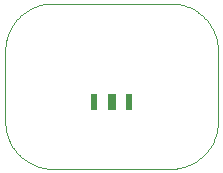
<source format=gtp>
G04 EAGLE Gerber RS-274X export*
G75*
%MOMM*%
%FSLAX35Y35*%
%LPD*%
%INsolder_paste_top*%
%IPPOS*%
%AMOC8*
5,1,8,0,0,1.08239X$1,22.5*%
G01*
%ADD10C,0.000000*%
%ADD11R,0.570000X1.400000*%
%ADD12R,0.650000X1.400000*%


D10*
X400000Y0D02*
X1400000Y0D01*
X1800000Y400000D02*
X1800000Y1000000D01*
X1400000Y1400000D02*
X400000Y1400000D01*
X0Y1000000D02*
X0Y400000D01*
X1400000Y1400000D02*
X1409665Y1399883D01*
X1419325Y1399533D01*
X1428974Y1398949D01*
X1438606Y1398133D01*
X1448215Y1397084D01*
X1457796Y1395803D01*
X1467343Y1394290D01*
X1476851Y1392548D01*
X1486314Y1390576D01*
X1495726Y1388377D01*
X1505083Y1385950D01*
X1514378Y1383298D01*
X1523607Y1380423D01*
X1532763Y1377325D01*
X1541842Y1374006D01*
X1550838Y1370470D01*
X1559746Y1366717D01*
X1568560Y1362750D01*
X1577277Y1358571D01*
X1585889Y1354182D01*
X1594393Y1349587D01*
X1602784Y1344788D01*
X1611056Y1339787D01*
X1619205Y1334588D01*
X1627226Y1329194D01*
X1635114Y1323607D01*
X1642865Y1317831D01*
X1650474Y1311870D01*
X1657937Y1305726D01*
X1665249Y1299404D01*
X1672406Y1292907D01*
X1679405Y1286240D01*
X1686240Y1279405D01*
X1692907Y1272406D01*
X1699404Y1265249D01*
X1705726Y1257937D01*
X1711870Y1250474D01*
X1717831Y1242865D01*
X1723607Y1235114D01*
X1729194Y1227226D01*
X1734588Y1219205D01*
X1739787Y1211056D01*
X1744788Y1202784D01*
X1749587Y1194393D01*
X1754182Y1185889D01*
X1758571Y1177277D01*
X1762750Y1168560D01*
X1766717Y1159746D01*
X1770470Y1150838D01*
X1774006Y1141842D01*
X1777325Y1132763D01*
X1780423Y1123607D01*
X1783298Y1114378D01*
X1785950Y1105083D01*
X1788377Y1095726D01*
X1790576Y1086314D01*
X1792548Y1076851D01*
X1794290Y1067343D01*
X1795803Y1057796D01*
X1797084Y1048215D01*
X1798133Y1038606D01*
X1798949Y1028974D01*
X1799533Y1019325D01*
X1799883Y1009665D01*
X1800000Y1000000D01*
X400000Y1400000D02*
X390335Y1399883D01*
X380675Y1399533D01*
X371026Y1398949D01*
X361394Y1398133D01*
X351785Y1397084D01*
X342204Y1395803D01*
X332657Y1394290D01*
X323149Y1392548D01*
X313686Y1390576D01*
X304274Y1388377D01*
X294917Y1385950D01*
X285622Y1383298D01*
X276393Y1380423D01*
X267237Y1377325D01*
X258158Y1374006D01*
X249162Y1370470D01*
X240254Y1366717D01*
X231440Y1362750D01*
X222723Y1358571D01*
X214111Y1354182D01*
X205607Y1349587D01*
X197216Y1344788D01*
X188944Y1339787D01*
X180795Y1334588D01*
X172774Y1329194D01*
X164886Y1323607D01*
X157135Y1317831D01*
X149526Y1311870D01*
X142063Y1305726D01*
X134751Y1299404D01*
X127594Y1292907D01*
X120595Y1286240D01*
X113760Y1279405D01*
X107093Y1272406D01*
X100596Y1265249D01*
X94274Y1257937D01*
X88130Y1250474D01*
X82169Y1242865D01*
X76393Y1235114D01*
X70806Y1227226D01*
X65412Y1219205D01*
X60213Y1211056D01*
X55212Y1202784D01*
X50413Y1194393D01*
X45818Y1185889D01*
X41429Y1177277D01*
X37250Y1168560D01*
X33283Y1159746D01*
X29530Y1150838D01*
X25994Y1141842D01*
X22675Y1132763D01*
X19577Y1123607D01*
X16702Y1114378D01*
X14050Y1105083D01*
X11623Y1095726D01*
X9424Y1086314D01*
X7452Y1076851D01*
X5710Y1067343D01*
X4197Y1057796D01*
X2916Y1048215D01*
X1867Y1038606D01*
X1051Y1028974D01*
X467Y1019325D01*
X117Y1009665D01*
X0Y1000000D01*
X0Y400000D02*
X117Y390335D01*
X467Y380675D01*
X1051Y371026D01*
X1867Y361394D01*
X2916Y351785D01*
X4197Y342204D01*
X5710Y332657D01*
X7452Y323149D01*
X9424Y313686D01*
X11623Y304274D01*
X14050Y294917D01*
X16702Y285622D01*
X19577Y276393D01*
X22675Y267237D01*
X25994Y258158D01*
X29530Y249162D01*
X33283Y240254D01*
X37250Y231440D01*
X41429Y222723D01*
X45818Y214111D01*
X50413Y205607D01*
X55212Y197216D01*
X60213Y188944D01*
X65412Y180795D01*
X70806Y172774D01*
X76393Y164886D01*
X82169Y157135D01*
X88130Y149526D01*
X94274Y142063D01*
X100596Y134751D01*
X107093Y127594D01*
X113760Y120595D01*
X120595Y113760D01*
X127594Y107093D01*
X134751Y100596D01*
X142063Y94274D01*
X149526Y88130D01*
X157135Y82169D01*
X164886Y76393D01*
X172774Y70806D01*
X180795Y65412D01*
X188944Y60213D01*
X197216Y55212D01*
X205607Y50413D01*
X214111Y45818D01*
X222723Y41429D01*
X231440Y37250D01*
X240254Y33283D01*
X249162Y29530D01*
X258158Y25994D01*
X267237Y22675D01*
X276393Y19577D01*
X285622Y16702D01*
X294917Y14050D01*
X304274Y11623D01*
X313686Y9424D01*
X323149Y7452D01*
X332657Y5710D01*
X342204Y4197D01*
X351785Y2916D01*
X361394Y1867D01*
X371026Y1051D01*
X380675Y467D01*
X390335Y117D01*
X400000Y0D01*
X1400000Y0D02*
X1409665Y117D01*
X1419325Y467D01*
X1428974Y1051D01*
X1438606Y1867D01*
X1448215Y2916D01*
X1457796Y4197D01*
X1467343Y5710D01*
X1476851Y7452D01*
X1486314Y9424D01*
X1495726Y11623D01*
X1505083Y14050D01*
X1514378Y16702D01*
X1523607Y19577D01*
X1532763Y22675D01*
X1541842Y25994D01*
X1550838Y29530D01*
X1559746Y33283D01*
X1568560Y37250D01*
X1577277Y41429D01*
X1585889Y45818D01*
X1594393Y50413D01*
X1602784Y55212D01*
X1611056Y60213D01*
X1619205Y65412D01*
X1627226Y70806D01*
X1635114Y76393D01*
X1642865Y82169D01*
X1650474Y88130D01*
X1657937Y94274D01*
X1665249Y100596D01*
X1672406Y107093D01*
X1679405Y113760D01*
X1686240Y120595D01*
X1692907Y127594D01*
X1699404Y134751D01*
X1705726Y142063D01*
X1711870Y149526D01*
X1717831Y157135D01*
X1723607Y164886D01*
X1729194Y172774D01*
X1734588Y180795D01*
X1739787Y188944D01*
X1744788Y197216D01*
X1749587Y205607D01*
X1754182Y214111D01*
X1758571Y222723D01*
X1762750Y231440D01*
X1766717Y240254D01*
X1770470Y249162D01*
X1774006Y258158D01*
X1777325Y267237D01*
X1780423Y276393D01*
X1783298Y285622D01*
X1785950Y294917D01*
X1788377Y304274D01*
X1790576Y313686D01*
X1792548Y323149D01*
X1794290Y332657D01*
X1795803Y342204D01*
X1797084Y351785D01*
X1798133Y361394D01*
X1798949Y371026D01*
X1799533Y380675D01*
X1799883Y390335D01*
X1800000Y400000D01*
D11*
X750000Y568500D03*
X1050000Y568500D03*
D12*
X900000Y568500D03*
M02*

</source>
